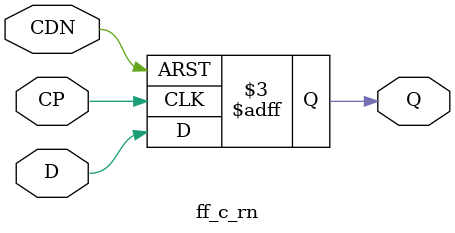
<source format=sv>

module ff_c_rn (input D, input CP, input CDN, output reg Q);
always @(posedge CP or negedge CDN) 
	if(!CDN) Q <= 0;
	else Q <= D;
endmodule



</source>
